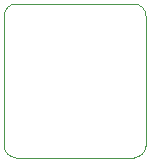
<source format=gm1>
G04 #@! TF.GenerationSoftware,KiCad,Pcbnew,(6.0.9)*
G04 #@! TF.CreationDate,2023-01-08T15:38:34+09:00*
G04 #@! TF.ProjectId,BM71-Dongle,424d3731-2d44-46f6-9e67-6c652e6b6963,V2.0*
G04 #@! TF.SameCoordinates,Original*
G04 #@! TF.FileFunction,Profile,NP*
%FSLAX46Y46*%
G04 Gerber Fmt 4.6, Leading zero omitted, Abs format (unit mm)*
G04 Created by KiCad (PCBNEW (6.0.9)) date 2023-01-08 15:38:34*
%MOMM*%
%LPD*%
G01*
G04 APERTURE LIST*
G04 #@! TA.AperFunction,Profile*
%ADD10C,0.100000*%
G04 #@! TD*
G04 APERTURE END LIST*
D10*
X5000000Y0D02*
G75*
G03*
X6000000Y1000000I0J1000000D01*
G01*
X-5000000Y13000000D02*
G75*
G03*
X-6000000Y12000000I-1J-999999D01*
G01*
X-5000000Y13000000D02*
X5000000Y13000000D01*
X6000000Y12000000D02*
G75*
G03*
X5000000Y13000000I-1000000J0D01*
G01*
X5000000Y0D02*
X-5000000Y0D01*
X6000000Y12000000D02*
X6000000Y1000000D01*
X-6000000Y1000000D02*
G75*
G03*
X-5000000Y0I999999J-1D01*
G01*
X-6000000Y1000000D02*
X-6000000Y12000000D01*
M02*

</source>
